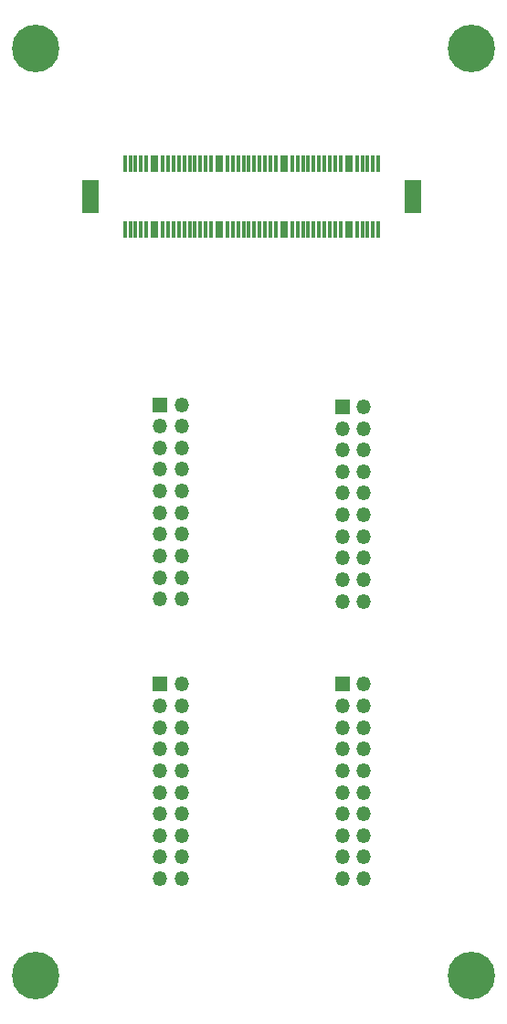
<source format=gbr>
%TF.GenerationSoftware,KiCad,Pcbnew,(5.1.10)-1*%
%TF.CreationDate,2021-09-20T08:54:39+02:00*%
%TF.ProjectId,breakoutboard,62726561-6b6f-4757-9462-6f6172642e6b,rev?*%
%TF.SameCoordinates,Original*%
%TF.FileFunction,Soldermask,Top*%
%TF.FilePolarity,Negative*%
%FSLAX46Y46*%
G04 Gerber Fmt 4.6, Leading zero omitted, Abs format (unit mm)*
G04 Created by KiCad (PCBNEW (5.1.10)-1) date 2021-09-20 08:54:39*
%MOMM*%
%LPD*%
G01*
G04 APERTURE LIST*
%ADD10C,0.700000*%
%ADD11C,4.400000*%
%ADD12O,1.350000X1.350000*%
%ADD13R,1.350000X1.350000*%
%ADD14R,0.300000X1.600000*%
%ADD15R,1.600000X3.100000*%
%ADD16R,0.700000X1.600000*%
G04 APERTURE END LIST*
D10*
%TO.C,H4*%
X50566726Y-41466726D03*
X51050000Y-40300000D03*
X50566726Y-39133274D03*
X49400000Y-38650000D03*
X48233274Y-39133274D03*
X47750000Y-40300000D03*
X48233274Y-41466726D03*
X49400000Y-41950000D03*
D11*
X49400000Y-40300000D03*
%TD*%
D10*
%TO.C,H3*%
X50566726Y-127366726D03*
X51050000Y-126200000D03*
X50566726Y-125033274D03*
X49400000Y-124550000D03*
X48233274Y-125033274D03*
X47750000Y-126200000D03*
X48233274Y-127366726D03*
X49400000Y-127850000D03*
D11*
X49400000Y-126200000D03*
%TD*%
D10*
%TO.C,H2*%
X90966726Y-127366726D03*
X91450000Y-126200000D03*
X90966726Y-125033274D03*
X89800000Y-124550000D03*
X88633274Y-125033274D03*
X88150000Y-126200000D03*
X88633274Y-127366726D03*
X89800000Y-127850000D03*
D11*
X89800000Y-126200000D03*
%TD*%
D10*
%TO.C,H1*%
X90966726Y-41466726D03*
X91450000Y-40300000D03*
X90966726Y-39133274D03*
X89800000Y-38650000D03*
X88633274Y-39133274D03*
X88150000Y-40300000D03*
X88633274Y-41466726D03*
X89800000Y-41950000D03*
D11*
X89800000Y-40300000D03*
%TD*%
D12*
%TO.C,J2*%
X62900000Y-91300000D03*
X60900000Y-91300000D03*
X62900000Y-89300000D03*
X60900000Y-89300000D03*
X62900000Y-87300000D03*
X60900000Y-87300000D03*
X62900000Y-85300000D03*
X60900000Y-85300000D03*
X62900000Y-83300000D03*
X60900000Y-83300000D03*
X62900000Y-81300000D03*
X60900000Y-81300000D03*
X62900000Y-79300000D03*
X60900000Y-79300000D03*
X62900000Y-77300000D03*
X60900000Y-77300000D03*
X62900000Y-75300000D03*
X60900000Y-75300000D03*
X62900000Y-73300000D03*
D13*
X60900000Y-73300000D03*
%TD*%
D12*
%TO.C,J5*%
X79800000Y-117200000D03*
X77800000Y-117200000D03*
X79800000Y-115200000D03*
X77800000Y-115200000D03*
X79800000Y-113200000D03*
X77800000Y-113200000D03*
X79800000Y-111200000D03*
X77800000Y-111200000D03*
X79800000Y-109200000D03*
X77800000Y-109200000D03*
X79800000Y-107200000D03*
X77800000Y-107200000D03*
X79800000Y-105200000D03*
X77800000Y-105200000D03*
X79800000Y-103200000D03*
X77800000Y-103200000D03*
X79800000Y-101200000D03*
X77800000Y-101200000D03*
X79800000Y-99200000D03*
D13*
X77800000Y-99200000D03*
%TD*%
D12*
%TO.C,J4*%
X79800000Y-91499998D03*
X77800000Y-91499998D03*
X79800000Y-89499998D03*
X77800000Y-89499998D03*
X79800000Y-87499998D03*
X77800000Y-87499998D03*
X79800000Y-85499998D03*
X77800000Y-85499998D03*
X79800000Y-83499998D03*
X77800000Y-83499998D03*
X79800000Y-81499998D03*
X77800000Y-81499998D03*
X79800000Y-79499998D03*
X77800000Y-79499998D03*
X79800000Y-77499998D03*
X77800000Y-77499998D03*
X79800000Y-75499998D03*
X77800000Y-75499998D03*
X79800000Y-73499998D03*
D13*
X77800000Y-73499998D03*
%TD*%
D12*
%TO.C,J3*%
X62900000Y-117200000D03*
X60900000Y-117200000D03*
X62900000Y-115200000D03*
X60900000Y-115200000D03*
X62900000Y-113200000D03*
X60900000Y-113200000D03*
X62900000Y-111200000D03*
X60900000Y-111200000D03*
X62900000Y-109200000D03*
X60900000Y-109200000D03*
X62900000Y-107200000D03*
X60900000Y-107200000D03*
X62900000Y-105200000D03*
X60900000Y-105200000D03*
X62900000Y-103200000D03*
X60900000Y-103200000D03*
X62900000Y-101200000D03*
X60900000Y-101200000D03*
X62900000Y-99200000D03*
D13*
X60900000Y-99200000D03*
%TD*%
D14*
%TO.C,J1*%
X57650000Y-50950000D03*
X57650000Y-57050000D03*
X58150000Y-50950000D03*
X58150000Y-57050000D03*
X58650000Y-50950000D03*
X58650000Y-57050000D03*
X59150000Y-50950000D03*
X59150000Y-57050000D03*
X59650000Y-50950000D03*
X59650000Y-57050000D03*
X61150000Y-50950000D03*
X61150000Y-57050000D03*
X61650000Y-50950000D03*
X61650000Y-57050000D03*
X62150000Y-50950000D03*
X62150000Y-57050000D03*
X62650000Y-50950000D03*
X62650000Y-57050000D03*
X63150000Y-50950000D03*
X63150000Y-57050000D03*
X63650000Y-50950000D03*
X63650000Y-57050000D03*
X64150000Y-50950000D03*
X64150000Y-57050000D03*
X64650000Y-50950000D03*
X64650000Y-57050000D03*
X65150000Y-50950000D03*
X65150000Y-57050000D03*
X65650000Y-50950000D03*
X65650000Y-57050000D03*
X67150000Y-50950000D03*
X67150000Y-57050000D03*
X67650000Y-50950000D03*
X67650000Y-57050000D03*
X68150000Y-50950000D03*
X68150000Y-57050000D03*
X68650000Y-50950000D03*
X68650000Y-57050000D03*
X69150000Y-50950000D03*
X69150000Y-57050000D03*
X69650000Y-50950000D03*
X69650000Y-57050000D03*
X70150000Y-50950000D03*
X70150000Y-57050000D03*
X70650000Y-50950000D03*
X70650000Y-57050000D03*
X71150000Y-50950000D03*
X71150000Y-57050000D03*
X71650000Y-50950000D03*
X71650000Y-57050000D03*
X73150000Y-50950000D03*
X73150000Y-57050000D03*
X73650000Y-50950000D03*
X73650000Y-57050000D03*
X74150000Y-50950000D03*
X74150000Y-57050000D03*
X74650000Y-50950000D03*
X74650000Y-57050000D03*
X75150000Y-50950000D03*
X75150000Y-57050000D03*
X75650000Y-50950000D03*
X75650000Y-57050000D03*
X76150000Y-50950000D03*
X76150000Y-57050000D03*
X76650000Y-50950000D03*
X76650000Y-57050000D03*
X77150000Y-50950000D03*
X77150000Y-57050000D03*
X77650000Y-50950000D03*
X77650000Y-57050000D03*
X79150000Y-50950000D03*
X79150000Y-57050000D03*
X79650000Y-50950000D03*
X79650000Y-57050000D03*
X80150000Y-50950000D03*
X80150000Y-57050000D03*
X80650000Y-50950000D03*
X80650000Y-57050000D03*
X81150000Y-50950000D03*
X81150000Y-57050000D03*
D15*
X54450000Y-54000000D03*
D16*
X60400000Y-57050000D03*
X66400000Y-57050000D03*
X72400000Y-57050000D03*
X78400000Y-57050000D03*
D15*
X84350000Y-54000000D03*
D16*
X78400000Y-50950000D03*
X72400000Y-50950000D03*
X66400000Y-50950000D03*
X60400000Y-50950000D03*
%TD*%
M02*

</source>
